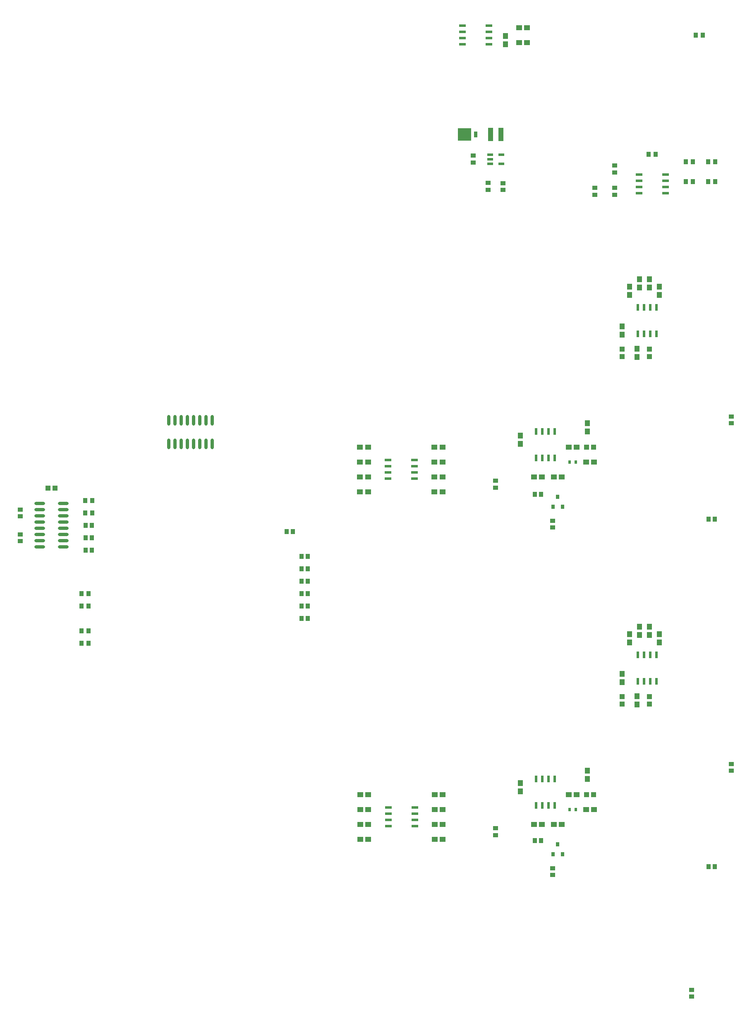
<source format=gtp>
G04 Layer_Color=7318015*
%FSLAX25Y25*%
%MOIN*%
G70*
G01*
G75*
%ADD10O,0.08661X0.02362*%
%ADD11O,0.02362X0.08661*%
%ADD12R,0.04134X0.03543*%
%ADD13R,0.03543X0.04134*%
%ADD14R,0.04134X0.03937*%
%ADD15R,0.10512X0.10000*%
%ADD16R,0.03000X0.05000*%
%ADD17R,0.03937X0.10630*%
%ADD18R,0.03150X0.03543*%
%ADD19R,0.03937X0.04134*%
%ADD20R,0.04134X0.04528*%
%ADD21R,0.04528X0.04134*%
%ADD22R,0.02362X0.03150*%
%ADD23R,0.03937X0.04331*%
%ADD24R,0.02400X0.05600*%
%ADD25R,0.05600X0.02400*%
%ADD26R,0.04724X0.02362*%
D10*
X1118551Y772500D02*
D03*
Y767500D02*
D03*
Y762500D02*
D03*
Y757500D02*
D03*
Y752500D02*
D03*
Y747500D02*
D03*
Y742500D02*
D03*
Y737500D02*
D03*
X1137449Y772500D02*
D03*
Y767500D02*
D03*
Y762500D02*
D03*
Y757500D02*
D03*
Y752500D02*
D03*
Y747500D02*
D03*
Y742500D02*
D03*
Y737500D02*
D03*
D11*
X1222500Y820551D02*
D03*
X1227500D02*
D03*
X1232500D02*
D03*
X1237500D02*
D03*
X1242500D02*
D03*
X1247500D02*
D03*
X1252500D02*
D03*
X1257500D02*
D03*
X1222500Y839449D02*
D03*
X1227500D02*
D03*
X1232500D02*
D03*
X1237500D02*
D03*
X1242500D02*
D03*
X1247500D02*
D03*
X1252500D02*
D03*
X1257500D02*
D03*
D12*
X1103000Y767658D02*
D03*
Y762343D02*
D03*
Y742343D02*
D03*
Y747657D02*
D03*
X1676000Y562657D02*
D03*
Y557342D02*
D03*
X1486000Y505146D02*
D03*
Y510854D02*
D03*
X1532000Y473343D02*
D03*
Y478657D02*
D03*
X1676000Y842657D02*
D03*
Y837342D02*
D03*
X1486000Y785146D02*
D03*
Y790854D02*
D03*
X1532000Y753342D02*
D03*
Y758658D02*
D03*
X1480000Y1030854D02*
D03*
Y1025146D02*
D03*
X1582000Y1039146D02*
D03*
Y1044854D02*
D03*
X1468000Y1047146D02*
D03*
Y1052854D02*
D03*
X1492000Y1030657D02*
D03*
Y1025342D02*
D03*
X1644000Y380658D02*
D03*
Y375342D02*
D03*
X1566000Y1021146D02*
D03*
Y1026854D02*
D03*
X1582000D02*
D03*
Y1021146D02*
D03*
D13*
X1329342Y680000D02*
D03*
X1334657D02*
D03*
X1329342Y690000D02*
D03*
X1334657D02*
D03*
X1329342Y700000D02*
D03*
X1334657D02*
D03*
X1329342Y710000D02*
D03*
X1334657D02*
D03*
X1329342Y720000D02*
D03*
X1334657D02*
D03*
X1329342Y730000D02*
D03*
X1334657D02*
D03*
X1317342Y750000D02*
D03*
X1322657D02*
D03*
X1160658Y755000D02*
D03*
X1155342D02*
D03*
X1160658Y745000D02*
D03*
X1155342D02*
D03*
X1160658Y735000D02*
D03*
X1155342D02*
D03*
X1522657Y501000D02*
D03*
X1517342D02*
D03*
X1657343Y480000D02*
D03*
X1662658D02*
D03*
X1158000Y660000D02*
D03*
X1152291D02*
D03*
X1158000Y670000D02*
D03*
X1152291D02*
D03*
X1522657Y780000D02*
D03*
X1517342D02*
D03*
X1657343Y760000D02*
D03*
X1662658D02*
D03*
X1158000Y690000D02*
D03*
X1152291D02*
D03*
X1158000Y700000D02*
D03*
X1152291D02*
D03*
X1614854Y1054000D02*
D03*
X1609146D02*
D03*
X1662854Y1048000D02*
D03*
X1657146D02*
D03*
Y1032000D02*
D03*
X1662854D02*
D03*
X1639146D02*
D03*
X1644854D02*
D03*
Y1048000D02*
D03*
X1639146D02*
D03*
X1647146Y1150000D02*
D03*
X1652854D02*
D03*
X1160854Y775000D02*
D03*
X1155146D02*
D03*
X1160854Y765000D02*
D03*
X1155146D02*
D03*
D14*
X1125047Y785000D02*
D03*
X1130953D02*
D03*
D15*
X1460744Y1070000D02*
D03*
D16*
X1470000D02*
D03*
D17*
X1490331D02*
D03*
X1481669D02*
D03*
D18*
X1532260Y490063D02*
D03*
X1539740D02*
D03*
X1536000Y497937D02*
D03*
X1532260Y770063D02*
D03*
X1539740D02*
D03*
X1536000Y777937D02*
D03*
D19*
X1610000Y616953D02*
D03*
Y611047D02*
D03*
X1588000Y616953D02*
D03*
Y611047D02*
D03*
X1610000Y896953D02*
D03*
Y891047D02*
D03*
X1588000Y896953D02*
D03*
Y891047D02*
D03*
D20*
X1618000Y660752D02*
D03*
Y667248D02*
D03*
X1610000Y666752D02*
D03*
Y673248D02*
D03*
X1600000Y610752D02*
D03*
Y617248D02*
D03*
X1588000Y635248D02*
D03*
Y628752D02*
D03*
X1594000Y667248D02*
D03*
Y660752D02*
D03*
X1602000Y673248D02*
D03*
Y666752D02*
D03*
X1560000Y557248D02*
D03*
Y550752D02*
D03*
X1506000Y547248D02*
D03*
Y540752D02*
D03*
X1618000Y940752D02*
D03*
Y947248D02*
D03*
X1610000Y946752D02*
D03*
Y953248D02*
D03*
X1600000Y890752D02*
D03*
Y897248D02*
D03*
X1588000Y915248D02*
D03*
Y908752D02*
D03*
X1594000Y947248D02*
D03*
Y940752D02*
D03*
X1602000Y953248D02*
D03*
Y946752D02*
D03*
X1560000Y837248D02*
D03*
Y830752D02*
D03*
X1506000Y827248D02*
D03*
Y820752D02*
D03*
X1494000Y1149248D02*
D03*
Y1142752D02*
D03*
D21*
X1539248Y514000D02*
D03*
X1532752D02*
D03*
X1523248D02*
D03*
X1516752D02*
D03*
X1551248Y538000D02*
D03*
X1544752D02*
D03*
X1565248Y526000D02*
D03*
X1558752D02*
D03*
X1436752Y538000D02*
D03*
X1443248D02*
D03*
X1383248Y526000D02*
D03*
X1376752D02*
D03*
X1443248D02*
D03*
X1436752D02*
D03*
X1376752Y538000D02*
D03*
X1383248D02*
D03*
X1436752Y514000D02*
D03*
X1443248D02*
D03*
X1383248D02*
D03*
X1376752D02*
D03*
X1436752Y502000D02*
D03*
X1443248D02*
D03*
X1383248D02*
D03*
X1376752D02*
D03*
X1539248Y794000D02*
D03*
X1532752D02*
D03*
X1523248D02*
D03*
X1516752D02*
D03*
X1551248Y818000D02*
D03*
X1544752D02*
D03*
X1565248Y806000D02*
D03*
X1558752D02*
D03*
X1436653Y817945D02*
D03*
X1443149D02*
D03*
X1383149Y805945D02*
D03*
X1376653D02*
D03*
X1443149D02*
D03*
X1436653D02*
D03*
X1376653Y817945D02*
D03*
X1383149D02*
D03*
X1436653Y793945D02*
D03*
X1443149D02*
D03*
X1383149D02*
D03*
X1376653D02*
D03*
X1436653Y781945D02*
D03*
X1443149D02*
D03*
X1383149D02*
D03*
X1376653D02*
D03*
X1511248Y1156000D02*
D03*
X1504752D02*
D03*
Y1144000D02*
D03*
X1511248D02*
D03*
D22*
X1545441Y526000D02*
D03*
X1550559D02*
D03*
X1545441Y806000D02*
D03*
X1550559D02*
D03*
D23*
X1559244Y538000D02*
D03*
X1564756D02*
D03*
X1559244Y818000D02*
D03*
X1564756D02*
D03*
D24*
X1615500Y650630D02*
D03*
X1610500D02*
D03*
X1605500D02*
D03*
X1600500D02*
D03*
Y629300D02*
D03*
X1605500D02*
D03*
X1610500D02*
D03*
X1615500D02*
D03*
X1518500Y529370D02*
D03*
X1523500D02*
D03*
X1528500D02*
D03*
X1533500D02*
D03*
Y550700D02*
D03*
X1528500D02*
D03*
X1523500D02*
D03*
X1518500D02*
D03*
X1615500Y930630D02*
D03*
X1610500D02*
D03*
X1605500D02*
D03*
X1600500D02*
D03*
Y909300D02*
D03*
X1605500D02*
D03*
X1610500D02*
D03*
X1615500D02*
D03*
X1518500Y809370D02*
D03*
X1523500D02*
D03*
X1528500D02*
D03*
X1533500D02*
D03*
Y830700D02*
D03*
X1528500D02*
D03*
X1523500D02*
D03*
X1518500D02*
D03*
D25*
X1399370Y527500D02*
D03*
Y522500D02*
D03*
Y517500D02*
D03*
Y512500D02*
D03*
X1420700D02*
D03*
Y517500D02*
D03*
Y522500D02*
D03*
Y527500D02*
D03*
X1399271Y807445D02*
D03*
Y802445D02*
D03*
Y797445D02*
D03*
Y792445D02*
D03*
X1420601D02*
D03*
Y797445D02*
D03*
Y802445D02*
D03*
Y807445D02*
D03*
X1601370Y1037500D02*
D03*
Y1032500D02*
D03*
Y1027500D02*
D03*
Y1022500D02*
D03*
X1622700D02*
D03*
Y1027500D02*
D03*
Y1032500D02*
D03*
Y1037500D02*
D03*
X1480630Y1142500D02*
D03*
Y1147500D02*
D03*
Y1152500D02*
D03*
Y1157500D02*
D03*
X1459300D02*
D03*
Y1152500D02*
D03*
Y1147500D02*
D03*
Y1142500D02*
D03*
D26*
X1481472Y1053740D02*
D03*
Y1050000D02*
D03*
Y1046260D02*
D03*
X1490528D02*
D03*
Y1053740D02*
D03*
M02*

</source>
